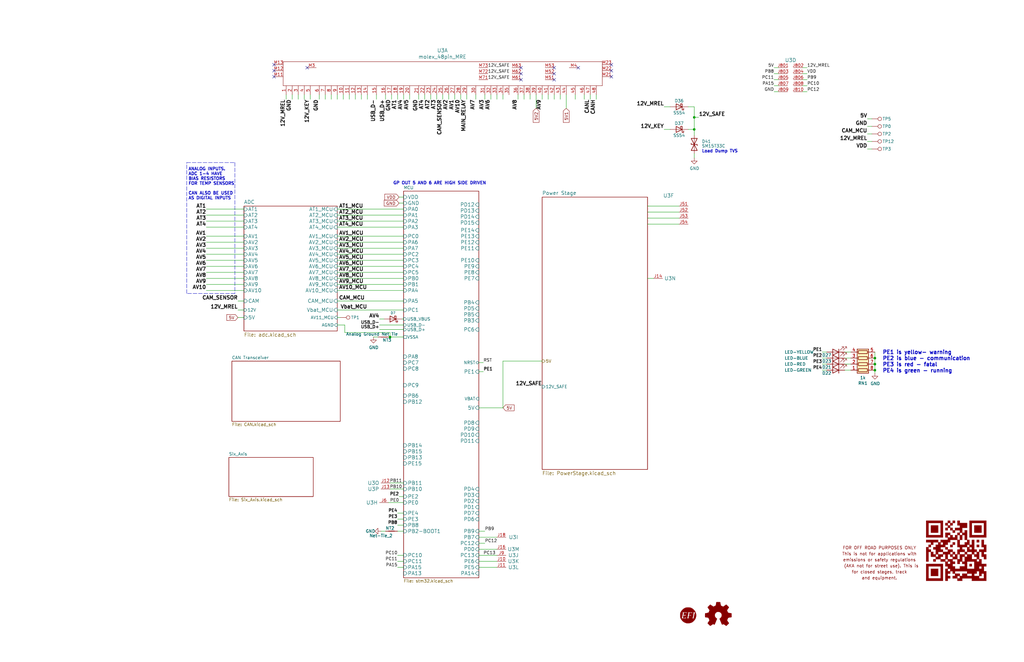
<source format=kicad_sch>
(kicad_sch (version 20211123) (generator eeschema)
  (paper "B")
  (title_block (title "MRE IO Expander") (date "2021-02-") (rev "R0.1") (company "rusEFI.com") (comment 1 "Simon Orchard") (comment 2 "AI6OD"))
  (lib_symbols
    (symbol "Connector:TestPoint" (pin_numbers hide) (pin_names (offset 0.762) hide)
      (property "Reference" "TP" (at 0 6.858 0))
      (property "Value" "Connector_TestPoint" (at 0 5.08 0))
      (symbol "TestPoint_1_1"
        (pin passive line (at 0 0 90) (length 2.54) (name "1") (number "1"))
      )
    )
    (symbol "Device:D_Schottky" (pin_numbers hide) (pin_names (offset 1.016) hide)
      (property "Reference" "D" (at 0 2.54 0))
      (property "Value" "Device_D_Schottky" (at 0 -2.54 0))
      (symbol "D_Schottky_1_1"
        (pin passive line (at -3.81 0 0) (length 2.54) (name "K") (number "1"))
        (pin passive line (at 3.81 0 180) (length 2.54) (name "A") (number "2"))
      )
    )
    (symbol "Device:D_TVS" (pin_numbers hide) (pin_names (offset 1.016) hide)
      (property "Reference" "D" (at 0 2.54 0))
      (property "Value" "Device_D_TVS" (at 0 -2.54 0))
      (symbol "D_TVS_1_1"
        (pin passive line (at -3.81 0 0) (length 2.54) (name "A1") (number "1"))
        (pin passive line (at 3.81 0 180) (length 2.54) (name "A2") (number "2"))
      )
    )
    (symbol "Device:LED" (pin_numbers hide) (pin_names (offset 1.016) hide)
      (property "Reference" "D" (at 0 2.54 0))
      (property "Value" "Device_LED" (at 0 -2.54 0))
      (symbol "LED_1_1"
        (pin passive line (at -3.81 0 0) (length 2.54) (name "K") (number "1"))
        (pin passive line (at 3.81 0 180) (length 2.54) (name "A") (number "2"))
      )
    )
    (symbol "Device:Net-Tie_2" (pin_numbers hide) (pin_names (offset 0) hide)
      (property "Reference" "NT" (at 0 1.27 0))
      (property "Value" "Device_Net-Tie_2" (at 0 -1.27 0))
      (symbol "Net-Tie_2_1_1"
        (pin passive line (at -2.54 0 0) (length 2.54) (name "1") (number "1"))
        (pin passive line (at 2.54 0 180) (length 2.54) (name "2") (number "2"))
      )
    )
    (symbol "Device:R_Pack04" (pin_names (offset 0) hide)
      (property "Reference" "RN" (at -7.62 0 90))
      (property "Value" "Device_R_Pack04" (at 5.08 0 90))
      (symbol "R_Pack04_1_1"
        (pin passive line (at -5.08 -5.08 90) (length 2.54) (name "R1.1") (number "1"))
        (pin passive line (at -2.54 -5.08 90) (length 2.54) (name "R2.1") (number "2"))
        (pin passive line (at 0 -5.08 90) (length 2.54) (name "R3.1") (number "3"))
        (pin passive line (at 2.54 -5.08 90) (length 2.54) (name "R4.1") (number "4"))
        (pin passive line (at 2.54 5.08 270) (length 2.54) (name "R4.2") (number "5"))
        (pin passive line (at 0 5.08 270) (length 2.54) (name "R3.2") (number "6"))
        (pin passive line (at -2.54 5.08 270) (length 2.54) (name "R2.2") (number "7"))
        (pin passive line (at -5.08 5.08 270) (length 2.54) (name "R1.2") (number "8"))
      )
    )
    (symbol "Diode:B340" (pin_numbers hide) (pin_names (offset 1.016) hide)
      (property "Reference" "D" (at 0 2.54 0))
      (property "Value" "Diode_B340" (at 0 -2.54 0))
      (symbol "B340_1_1"
        (pin passive line (at -3.81 0 0) (length 2.54) (name "K") (number "1"))
        (pin passive line (at 3.81 0 180) (length 2.54) (name "A") (number "2"))
      )
    )
    (symbol "Graphic:Logo_Open_Hardware_Small" (pin_names (offset 1.016)))
    (symbol "MRE_QR_code:LOGO" (pin_names (offset 1.016)))
    (symbol "Off_Road_Disclaimer:Disclaimer" (pin_names (offset 1.016))
      (symbol "Disclaimer_0_0"
        (text "(AKA not for street use). This is " (at 1.27 -3.81 0) (effects (font (size 1.27 1.27))))
        (text "and equipment." (at 0 -8.89 0) (effects (font (size 1.27 1.27))))
        (text "emissions or safety regulations" (at 0 -1.27 0) (effects (font (size 1.27 1.27))))
        (text "for closed stages, track" (at 0 -6.35 0) (effects (font (size 1.27 1.27))))
        (text "FOR OFF ROAD PURPOSES ONLY" (at 0 3.81 0) (effects (font (size 1.27 1.27))))
        (text "This is not for applications with" (at 0 1.27 0) (effects (font (size 1.27 1.27))))
      )
    )
    (symbol "power:GND" (power) (pin_names (offset 0))
      (property "Value" "power_GND" (at 0 -3.81 0))
      (symbol "GND_1_1"
        (pin power_in line (at 0 0 270) (length 0) hide (name "GND") (number "1"))
      )
    )
    (symbol "rusefi_Logo:LOGO" (pin_names (offset 1.016)))
    (symbol "rusefi_Molex_MRE_Connector:molex_48pin_MRE" (pin_names (offset 0.2032) hide)
      (property "Reference" "U?" (at 7.62 0 0))
      (symbol "molex_48pin_MRE_1_1"
        (pin passive line (at 13.97 76.2 0) (length 3.81) (name "1") (number "1"))
        (pin passive line (at 13.97 52.07 0) (length 3.81) (name "10") (number "10"))
        (pin passive line (at 13.97 49.53 0) (length 3.81) (name "11") (number "11"))
        (pin passive line (at 13.97 46.99 0) (length 3.81) (name "12") (number "12"))
        (pin passive line (at 13.97 44.45 0) (length 3.81) (name "13") (number "13"))
        (pin passive line (at 13.97 41.91 0) (length 3.81) (name "14") (number "14"))
        (pin passive line (at 13.97 38.1 0) (length 3.81) (name "15") (number "15"))
        (pin passive line (at 13.97 34.29 0) (length 3.81) (name "16") (number "16"))
        (pin passive line (at 13.97 31.75 0) (length 3.81) (name "17") (number "17"))
        (pin passive line (at 13.97 29.21 0) (length 3.81) (name "18") (number "18"))
        (pin passive line (at 13.97 26.67 0) (length 3.81) (name "19") (number "19"))
        (pin passive line (at 13.97 73.66 0) (length 3.81) (name "2") (number "2"))
        (pin passive line (at 13.97 24.13 0) (length 3.81) (name "20") (number "20"))
        (pin passive line (at 13.97 20.32 0) (length 3.81) (name "21") (number "21"))
        (pin passive line (at 13.97 17.78 0) (length 3.81) (name "22") (number "22"))
        (pin passive line (at 13.97 15.24 0) (length 3.81) (name "23") (number "23"))
        (pin passive line (at 13.97 12.7 0) (length 3.81) (name "24") (number "24"))
        (pin passive line (at 13.97 10.16 0) (length 3.81) (name "25") (number "25"))
        (pin passive line (at 13.97 7.62 0) (length 3.81) (name "26") (number "26"))
        (pin passive line (at 13.97 5.08 0) (length 3.81) (name "27") (number "27"))
        (pin passive line (at 13.97 2.54 0) (length 3.81) (name "28") (number "28"))
        (pin passive line (at 13.97 0 0) (length 3.81) (name "29") (number "29"))
        (pin passive line (at 13.97 71.12 0) (length 3.81) (name "3") (number "3"))
        (pin passive line (at 13.97 -3.81 0) (length 3.81) (name "30") (number "30"))
        (pin passive line (at 13.97 -7.62 0) (length 3.81) (name "31") (number "31"))
        (pin passive line (at 13.97 -10.16 0) (length 3.81) (name "32") (number "32"))
        (pin passive line (at 13.97 -12.7 0) (length 3.81) (name "33") (number "33"))
        (pin passive line (at 13.97 -15.24 0) (length 3.81) (name "34") (number "34"))
        (pin passive line (at 13.97 -17.78 0) (length 3.81) (name "35") (number "35"))
        (pin passive line (at 13.97 -21.59 0) (length 3.81) (name "36") (number "36"))
        (pin passive line (at 13.97 -24.13 0) (length 3.81) (name "37") (number "37"))
        (pin passive line (at 13.97 -26.67 0) (length 3.81) (name "38") (number "38"))
        (pin passive line (at 13.97 -29.21 0) (length 3.81) (name "39") (number "39"))
        (pin passive line (at 13.97 68.58 0) (length 3.81) (name "4") (number "4"))
        (pin passive line (at 13.97 -31.75 0) (length 3.81) (name "40") (number "40"))
        (pin passive line (at 13.97 -34.29 0) (length 3.81) (name "41") (number "41"))
        (pin passive line (at 13.97 -36.83 0) (length 3.81) (name "42") (number "42"))
        (pin passive line (at 13.97 -39.37 0) (length 3.81) (name "43") (number "43"))
        (pin passive line (at 13.97 -41.91 0) (length 3.81) (name "44") (number "44"))
        (pin passive line (at 13.97 -45.72 0) (length 3.81) (name "45") (number "45"))
        (pin passive line (at 13.97 -49.53 0) (length 3.81) (name "46") (number "46"))
        (pin passive line (at 13.97 -52.07 0) (length 3.81) (name "47") (number "47"))
        (pin passive line (at 13.97 -54.61 0) (length 3.81) (name "48") (number "48"))
        (pin passive line (at 13.97 66.04 0) (length 3.81) (name "5") (number "5"))
        (pin passive line (at 13.97 62.23 0) (length 3.81) (name "6") (number "6"))
        (pin passive line (at 13.97 59.69 0) (length 3.81) (name "7") (number "7"))
        (pin passive line (at 13.97 57.15 0) (length 3.81) (name "8") (number "8"))
        (pin passive line (at 13.97 54.61 0) (length 3.81) (name "9") (number "9"))
        (pin passive line (at 21.59 81.28 270) (length 3.81) (name "M11") (number "M11"))
        (pin passive line (at 24.13 81.28 270) (length 3.81) (name "M12") (number "M12"))
        (pin passive line (at 26.67 81.28 270) (length 3.81) (name "M13") (number "M13"))
        (pin passive line (at 21.59 -60.96 90) (length 3.81) (name "M21") (number "M21"))
        (pin passive line (at 24.13 -60.96 90) (length 3.81) (name "M22") (number "M22"))
        (pin passive line (at 26.67 -60.96 90) (length 3.81) (name "M23") (number "M23"))
        (pin passive line (at 25.4 67.31 270) (length 3.81) (name "M3") (number "M3"))
        (pin passive line (at 25.4 -46.99 90) (length 3.81) (name "M4") (number "M4"))
        (pin passive line (at 20.32 -36.83 90) (length 3.81) (name "M51") (number "M51"))
        (pin passive line (at 22.86 -36.83 90) (length 3.81) (name "M52") (number "M52"))
        (pin passive line (at 25.4 -36.83 90) (length 3.81) (name "M53") (number "M53"))
        (pin passive line (at 20.32 -22.86 90) (length 3.81) (name "M61") (number "M61"))
        (pin passive line (at 22.86 -22.86 90) (length 3.81) (name "M62") (number "M62"))
        (pin passive line (at 25.4 -22.86 90) (length 3.81) (name "M63") (number "M63"))
        (pin passive line (at 20.32 -8.89 90) (length 3.81) (name "M71") (number "M71"))
        (pin passive line (at 22.86 -8.89 90) (length 3.81) (name "M72") (number "M72"))
        (pin passive line (at 25.4 -8.89 90) (length 3.81) (name "M73") (number "M73"))
      )
      (symbol "molex_48pin_MRE_2_1"
        (pin passive line (at 0 5.08 0) (length 3.81) (name "J61") (number "J61"))
        (pin passive line (at 0 2.54 0) (length 3.81) (name "J62") (number "J62"))
        (pin passive line (at 0 0 0) (length 3.81) (name "J63") (number "J63"))
        (pin passive line (at 0 -2.54 0) (length 3.81) (name "J64") (number "J64"))
        (pin passive line (at 0 -5.08 0) (length 3.81) (name "J65") (number "J65"))
      )
      (symbol "molex_48pin_MRE_3_1"
        (pin passive line (at 0 1.27 0) (length 3.81) (name "J31") (number "J31"))
        (pin passive line (at 0 -1.27 0) (length 3.81) (name "J32") (number "J32"))
      )
      (symbol "molex_48pin_MRE_4_1"
        (pin passive line (at 17.78 5.08 0) (length 3.81) (name "J801") (number "J801"))
        (pin passive line (at 27.94 5.08 180) (length 3.81) (name "J802") (number "J802"))
        (pin passive line (at 17.78 2.54 0) (length 3.81) (name "J803") (number "J803"))
        (pin passive line (at 27.94 2.54 180) (length 3.81) (name "J804") (number "J804"))
        (pin passive line (at 17.78 0 0) (length 3.81) (name "J805") (number "J805"))
        (pin passive line (at 27.94 0 180) (length 3.81) (name "J806") (number "J806"))
        (pin passive line (at 17.78 -2.54 0) (length 3.81) (name "J807") (number "J807"))
        (pin passive line (at 27.94 -2.54 180) (length 3.81) (name "J808") (number "J808"))
        (pin passive line (at 17.78 -5.08 0) (length 3.81) (name "J809") (number "J809"))
        (pin passive line (at 27.94 -5.08 180) (length 3.81) (name "J810") (number "J810"))
      )
      (symbol "molex_48pin_MRE_5_1"
        (pin passive line (at 15.24 0 180) (length 3.81) (name "LIN1") (number "LIN1"))
      )
      (symbol "molex_48pin_MRE_6_1"
        (pin passive line (at 13.97 3.81 0) (length 3.81) (name "J51") (number "J51"))
        (pin passive line (at 13.97 1.27 0) (length 3.81) (name "J52") (number "J52"))
        (pin passive line (at 13.97 -1.27 0) (length 3.81) (name "J53") (number "J53"))
        (pin passive line (at 13.97 -3.81 0) (length 3.81) (name "J54") (number "J54"))
      )
      (symbol "molex_48pin_MRE_7_1"
        (pin passive line (at 17.78 5.08 0) (length 3.81) (name "J201") (number "J201"))
        (pin passive line (at 27.94 5.08 180) (length 3.81) (name "J202") (number "J202"))
        (pin passive line (at 17.78 2.54 0) (length 3.81) (name "J203") (number "J203"))
        (pin passive line (at 27.94 2.54 180) (length 3.81) (name "J204") (number "J204"))
        (pin passive line (at 17.78 0 0) (length 3.81) (name "J205") (number "J205"))
        (pin passive line (at 27.94 0 180) (length 3.81) (name "J206") (number "J206"))
        (pin passive line (at 17.78 -2.54 0) (length 3.81) (name "J207") (number "J207"))
        (pin passive line (at 27.94 -2.54 180) (length 3.81) (name "J208") (number "J208"))
        (pin passive line (at 17.78 -5.08 0) (length 3.81) (name "J209") (number "J209"))
        (pin passive line (at 27.94 -5.08 180) (length 3.81) (name "J210") (number "J210"))
      )
      (symbol "molex_48pin_MRE_8_1"
        (pin passive line (at 13.97 0 0) (length 3.81) (name "J6") (number "J6"))
      )
      (symbol "molex_48pin_MRE_9_1"
        (pin passive line (at 13.97 0 0) (length 3.81) (name "J18") (number "J18"))
      )
      (symbol "molex_48pin_MRE_10_1"
        (pin passive line (at 13.97 0 0) (length 3.81) (name "J9") (number "J9"))
      )
      (symbol "molex_48pin_MRE_11_1"
        (pin passive line (at 13.97 0 0) (length 3.81) (name "J10") (number "J10"))
      )
      (symbol "molex_48pin_MRE_12_1"
        (pin passive line (at 13.97 0 0) (length 3.81) (name "J11") (number "J11"))
      )
      (symbol "molex_48pin_MRE_13_1"
        (pin passive line (at 13.97 0 0) (length 3.81) (name "J16") (number "J16"))
      )
      (symbol "molex_48pin_MRE_14_1"
        (pin passive line (at 13.97 0 0) (length 3.81) (name "J14") (number "J14"))
      )
      (symbol "molex_48pin_MRE_15_1"
        (pin passive line (at 13.97 0 0) (length 3.81) (name "J12") (number "J12"))
      )
      (symbol "molex_48pin_MRE_16_1"
        (pin passive line (at 13.97 0 0) (length 3.81) (name "J13") (number "J13"))
      )
    )
  )
  (junction (at 292.735 54.61))
  (junction (at 368.935 153.67))
  (junction (at 292.735 49.53))
  (junction (at 368.935 156.21))
  (junction (at 368.935 151.13))
  (junction (at 164.465 142.24))
  (no_connect (at 257.81 29.845))
  (no_connect (at 233.68 28.575))
  (no_connect (at 219.71 33.655))
  (no_connect (at 219.71 31.115))
  (no_connect (at 219.71 28.575))
  (no_connect (at 233.68 31.115))
  (no_connect (at 257.81 32.385))
  (no_connect (at 115.57 29.845))
  (no_connect (at 115.57 27.305))
  (no_connect (at 129.54 28.575))
  (no_connect (at 233.68 33.655))
  (no_connect (at 115.57 32.385))
  (no_connect (at 243.84 28.575))
  (no_connect (at 257.81 27.305))
  (wire (pts (xy 167.64 216.535) (xy 170.18 216.535)))
  (wire (pts (xy 220.98 40.005) (xy 220.98 41.91)))
  (wire (pts (xy 273.05 86.995) (xy 286.385 86.995)))
  (wire (pts (xy 170.18 234.315) (xy 167.64 234.315)))
  (wire (pts (xy 212.09 152.4) (xy 212.09 172.085)))
  (wire (pts (xy 338.455 36.195) (xy 340.36 36.195)))
  (wire (pts (xy 142.24 130.81) (xy 170.18 130.81)))
  (wire (pts (xy 170.18 239.395) (xy 167.64 239.395)))
  (wire (pts (xy 100.33 133.985) (xy 102.87 133.985)))
  (wire (pts (xy 236.22 40.005) (xy 236.22 41.91)))
  (wire (pts (xy 326.39 31.115) (xy 328.295 31.115)))
  (wire (pts (xy 326.39 38.735) (xy 328.295 38.735)))
  (wire (pts (xy 86.995 104.775) (xy 102.87 104.775)))
  (wire (pts (xy 338.455 28.575) (xy 340.36 28.575)))
  (wire (pts (xy 168.275 209.55) (xy 170.18 209.55)))
  (wire (pts (xy 154.94 40.005) (xy 154.94 41.91)))
  (wire (pts (xy 204.47 40.005) (xy 204.47 41.91)))
  (wire (pts (xy 273.05 117.475) (xy 275.59 117.475)))
  (wire (pts (xy 246.38 40.005) (xy 246.38 41.91)))
  (wire (pts (xy 167.64 224.155) (xy 170.18 224.155)))
  (wire (pts (xy 223.52 40.005) (xy 223.52 41.91)))
  (wire (pts (xy 356.235 153.67) (xy 358.775 153.67)))
  (wire (pts (xy 201.93 231.775) (xy 209.55 231.775)))
  (wire (pts (xy 176.53 40.005) (xy 176.53 41.91)))
  (wire (pts (xy 292.735 49.53) (xy 292.735 54.61)))
  (wire (pts (xy 290.195 45.085) (xy 292.735 45.085)))
  (wire (pts (xy 201.93 224.155) (xy 204.47 224.155)))
  (wire (pts (xy 326.39 33.655) (xy 328.295 33.655)))
  (wire (pts (xy 86.995 93.345) (xy 102.87 93.345)))
  (wire (pts (xy 172.72 40.005) (xy 172.72 41.91)))
  (wire (pts (xy 226.06 40.005) (xy 226.06 45.72)))
  (wire (pts (xy 338.455 38.735) (xy 340.36 38.735)))
  (wire (pts (xy 130.81 40.005) (xy 130.81 41.91)))
  (wire (pts (xy 152.4 40.005) (xy 152.4 41.91)))
  (wire (pts (xy 86.995 107.315) (xy 102.87 107.315)))
  (wire (pts (xy 86.995 112.395) (xy 102.87 112.395)))
  (wire (pts (xy 100.33 130.81) (xy 102.87 130.81)))
  (wire (pts (xy 164.465 142.24) (xy 170.18 142.24)))
  (wire (pts (xy 86.995 88.265) (xy 102.87 88.265)))
  (wire (pts (xy 160.02 134.62) (xy 161.925 134.62)))
  (wire (pts (xy 158.75 40.005) (xy 158.75 41.91)))
  (wire (pts (xy 137.16 40.005) (xy 137.16 41.91)))
  (wire (pts (xy 201.93 153.035) (xy 203.835 153.035)))
  (wire (pts (xy 365.76 50.165) (xy 367.665 50.165)))
  (wire (pts (xy 189.23 40.005) (xy 189.23 41.91)))
  (wire (pts (xy 233.68 40.005) (xy 233.68 41.91)))
  (wire (pts (xy 167.64 219.075) (xy 170.18 219.075)))
  (wire (pts (xy 280.035 54.61) (xy 282.575 54.61)))
  (wire (pts (xy 167.64 221.615) (xy 170.18 221.615)))
  (wire (pts (xy 228.6 40.005) (xy 228.6 41.91)))
  (wire (pts (xy 201.93 156.845) (xy 203.835 156.845)))
  (wire (pts (xy 365.76 53.34) (xy 367.665 53.34)))
  (wire (pts (xy 238.76 40.005) (xy 238.76 45.72)))
  (wire (pts (xy 201.93 234.315) (xy 209.55 234.315)))
  (wire (pts (xy 147.32 40.005) (xy 147.32 41.91)))
  (wire (pts (xy 365.76 62.865) (xy 367.665 62.865)))
  (wire (pts (xy 292.735 54.61) (xy 292.735 57.15)))
  (wire (pts (xy 365.76 56.515) (xy 367.665 56.515)))
  (wire (pts (xy 181.61 40.005) (xy 181.61 41.91)))
  (wire (pts (xy 142.24 122.555) (xy 170.18 122.555)))
  (wire (pts (xy 170.18 99.695) (xy 142.24 99.695)))
  (wire (pts (xy 346.71 156.21) (xy 348.615 156.21)))
  (wire (pts (xy 186.69 40.005) (xy 186.69 41.91)))
  (wire (pts (xy 145.415 140.335) (xy 145.415 137.16)))
  (wire (pts (xy 86.995 102.235) (xy 102.87 102.235)))
  (wire (pts (xy 248.92 40.005) (xy 248.92 41.91)))
  (wire (pts (xy 169.545 134.62) (xy 170.18 134.62)))
  (wire (pts (xy 292.735 66.675) (xy 292.735 64.77)))
  (wire (pts (xy 160.02 137.16) (xy 170.18 137.16)))
  (wire (pts (xy 356.235 148.59) (xy 358.775 148.59)))
  (wire (pts (xy 194.31 40.005) (xy 194.31 41.91)))
  (wire (pts (xy 201.93 236.855) (xy 209.55 236.855)))
  (wire (pts (xy 207.01 41.91) (xy 207.01 40.005)))
  (wire (pts (xy 292.735 54.61) (xy 290.195 54.61)))
  (wire (pts (xy 142.24 117.475) (xy 170.18 117.475)))
  (wire (pts (xy 196.85 40.005) (xy 196.85 41.91)))
  (wire (pts (xy 251.46 40.005) (xy 251.46 41.91)))
  (wire (pts (xy 142.24 102.235) (xy 170.18 102.235)))
  (wire (pts (xy 157.48 142.24) (xy 159.385 142.24)))
  (wire (pts (xy 165.1 40.005) (xy 165.1 41.91)))
  (wire (pts (xy 368.935 151.13) (xy 368.935 153.67)))
  (wire (pts (xy 170.18 104.775) (xy 142.24 104.775)))
  (wire (pts (xy 86.995 109.855) (xy 102.87 109.855)))
  (wire (pts (xy 280.035 45.085) (xy 282.575 45.085)))
  (wire (pts (xy 170.18 90.805) (xy 142.24 90.805)))
  (wire (pts (xy 142.24 127) (xy 170.18 127)))
  (wire (pts (xy 170.18 109.855) (xy 142.24 109.855)))
  (wire (pts (xy 201.93 172.085) (xy 212.09 172.085)))
  (wire (pts (xy 184.15 40.005) (xy 184.15 41.91)))
  (wire (pts (xy 170.18 107.315) (xy 142.24 107.315)))
  (wire (pts (xy 134.62 40.005) (xy 134.62 41.91)))
  (wire (pts (xy 201.93 239.395) (xy 209.55 239.395)))
  (wire (pts (xy 145.415 137.16) (xy 142.24 137.16)))
  (wire (pts (xy 160.02 139.065) (xy 170.18 139.065)))
  (wire (pts (xy 142.24 120.015) (xy 170.18 120.015)))
  (wire (pts (xy 191.77 40.005) (xy 191.77 41.91)))
  (wire (pts (xy 164.465 140.335) (xy 145.415 140.335)))
  (wire (pts (xy 273.05 94.615) (xy 286.385 94.615)))
  (wire (pts (xy 170.18 212.09) (xy 163.83 212.09)))
  (wire (pts (xy 128.27 40.005) (xy 128.27 41.91)))
  (wire (pts (xy 212.09 40.005) (xy 212.09 41.91)))
  (wire (pts (xy 139.7 40.005) (xy 139.7 41.91)))
  (polyline (pts (xy 78.74 123.825) (xy 78.74 68.58)))
  (wire (pts (xy 200.66 41.91) (xy 200.66 40.005)))
  (wire (pts (xy 228.6 152.4) (xy 212.09 152.4)))
  (wire (pts (xy 346.71 148.59) (xy 348.615 148.59)))
  (wire (pts (xy 273.05 92.075) (xy 286.385 92.075)))
  (wire (pts (xy 368.935 157.48) (xy 368.935 156.21)))
  (wire (pts (xy 346.71 151.13) (xy 348.615 151.13)))
  (wire (pts (xy 170.18 203.835) (xy 164.465 203.835)))
  (wire (pts (xy 86.995 95.885) (xy 102.87 95.885)))
  (wire (pts (xy 167.64 40.005) (xy 167.64 41.91)))
  (wire (pts (xy 179.07 40.005) (xy 179.07 41.91)))
  (wire (pts (xy 338.455 31.115) (xy 340.36 31.115)))
  (wire (pts (xy 201.93 226.695) (xy 209.55 226.695)))
  (wire (pts (xy 368.935 153.67) (xy 368.935 156.21)))
  (polyline (pts (xy 99.06 123.825) (xy 78.74 123.825)))
  (wire (pts (xy 123.19 40.005) (xy 123.19 41.91)))
  (wire (pts (xy 170.18 95.885) (xy 142.24 95.885)))
  (wire (pts (xy 170.18 88.265) (xy 142.24 88.265)))
  (wire (pts (xy 231.14 40.005) (xy 231.14 41.91)))
  (wire (pts (xy 164.465 142.24) (xy 164.465 140.335)))
  (wire (pts (xy 209.55 40.005) (xy 209.55 41.91)))
  (wire (pts (xy 86.995 90.805) (xy 102.87 90.805)))
  (wire (pts (xy 168.275 83.185) (xy 170.18 83.185)))
  (wire (pts (xy 346.71 153.67) (xy 348.615 153.67)))
  (wire (pts (xy 120.65 40.005) (xy 120.65 41.91)))
  (wire (pts (xy 201.93 229.235) (xy 204.47 229.235)))
  (wire (pts (xy 356.235 151.13) (xy 358.775 151.13)))
  (wire (pts (xy 142.24 112.395) (xy 170.18 112.395)))
  (wire (pts (xy 142.24 133.985) (xy 143.51 133.985)))
  (polyline (pts (xy 99.06 68.58) (xy 99.06 123.825)))
  (polyline (pts (xy 78.74 68.58) (xy 99.06 68.58)))
  (wire (pts (xy 218.44 40.005) (xy 218.44 41.91)))
  (wire (pts (xy 170.18 40.005) (xy 170.18 41.91)))
  (wire (pts (xy 338.455 33.655) (xy 340.36 33.655)))
  (wire (pts (xy 149.86 40.005) (xy 149.86 41.91)))
  (wire (pts (xy 86.995 117.475) (xy 102.87 117.475)))
  (wire (pts (xy 100.33 127) (xy 102.87 127)))
  (wire (pts (xy 167.64 236.855) (xy 170.18 236.855)))
  (wire (pts (xy 368.935 148.59) (xy 368.935 151.13)))
  (wire (pts (xy 356.235 156.21) (xy 358.775 156.21)))
  (wire (pts (xy 170.18 206.375) (xy 164.465 206.375)))
  (wire (pts (xy 144.78 40.005) (xy 144.78 41.91)))
  (wire (pts (xy 160.655 224.155) (xy 162.56 224.155)))
  (wire (pts (xy 242.57 40.005) (xy 242.57 41.91)))
  (wire (pts (xy 162.56 40.005) (xy 162.56 41.91)))
  (wire (pts (xy 86.995 99.695) (xy 102.87 99.695)))
  (wire (pts (xy 86.995 122.555) (xy 102.87 122.555)))
  (wire (pts (xy 142.24 40.005) (xy 142.24 41.91)))
  (wire (pts (xy 168.275 85.725) (xy 170.18 85.725)))
  (wire (pts (xy 142.24 114.935) (xy 170.18 114.935)))
  (wire (pts (xy 326.39 28.575) (xy 328.295 28.575)))
  (wire (pts (xy 273.05 89.535) (xy 286.385 89.535)))
  (wire (pts (xy 326.39 36.195) (xy 328.295 36.195)))
  (wire (pts (xy 365.76 59.69) (xy 367.665 59.69)))
  (wire (pts (xy 86.995 114.935) (xy 102.87 114.935)))
  (wire (pts (xy 125.73 40.005) (xy 125.73 41.91)))
  (wire (pts (xy 86.995 120.015) (xy 102.87 120.015)))
  (wire (pts (xy 170.18 93.345) (xy 142.24 93.345)))
  (wire (pts (xy 292.735 45.085) (xy 292.735 49.53)))
  (wire (pts (xy 292.735 49.53) (xy 294.64 49.53)))
  (text "GP OUT 5 AND 6 ARE HIGH SIDE DRIVEN" (at 165.735 78.105 0) (effects (font (size 1.27 1.27) (thickness 0.254) bold) (justify left bottom)))
  (text "PE1 is yellow- warning\nPE2 is blue - communication\nPE3 is red - fatal\nPE4 is green - running" (at 372.11 157.48 0) (effects (font (size 1.6002 1.6002) (thickness 0.32) bold) (justify left bottom)))
  (text "Load Dump TVS\n\n" (at 295.91 66.675 0) (effects (font (size 1.27 1.27) (thickness 0.254) bold) (justify left bottom)))
  (text "ANALOG INPUTS.\nADC 1-4 HAVE \nBIAS RESISTORS \nFOR TEMP SENSORS\n\nCAN ALSO BE USED \nAS DIGITAL INPUTS" (at 79.375 84.455 0) (effects (font (size 1.27 1.27) (thickness 0.254) bold) (justify left bottom)))
  (label "AV4_MCU" (at 142.875 107.315 0) (effects (font (size 1.524 1.524) (thickness 0.3048) bold)))
  (label "AV5" (at 86.995 109.855 180) (effects (font (size 1.524 1.524) (thickness 0.3048) bold)))
  (label "CAM_MCU" (at 142.875 127 0) (effects (font (size 1.524 1.524) (thickness 0.3048) bold)))
  (label "AV10" (at 86.995 122.555 180) (effects (font (size 1.524 1.524) (thickness 0.3048) bold)))
  (label "AV10" (at 194.31 41.91 270) (effects (font (size 1.524 1.524) (thickness 0.3048) bold)))
  (label "AV3" (at 86.995 104.775 180) (effects (font (size 1.524 1.524) (thickness 0.3048) bold)))
  (label "PC11" (at 326.39 33.655 180))
  (label "AV9" (at 228.6 41.91 270) (effects (font (size 1.524 1.524) (thickness 0.3048) bold)))
  (label "PC12" (at 204.47 229.235 0))
  (label "PB8" (at 326.39 31.115 180))
  (label "12V_SAFE" (at 228.6 163.195 180) (effects (font (size 1.524 1.524) (thickness 0.3048) bold)))
  (label "VDD" (at 340.36 31.115 0))
  (label "GND" (at 176.53 41.91 270) (effects (font (size 1.524 1.524) (thickness 0.3048) bold)))
  (label "12V_KEY" (at 280.035 54.61 180) (effects (font (size 1.524 1.524) (thickness 0.3048) bold)))
  (label "AV2_MCU" (at 142.875 102.235 0) (effects (font (size 1.524 1.524) (thickness 0.3048) bold)))
  (label "PA15" (at 326.39 36.195 180))
  (label "GND" (at 123.19 41.91 270) (effects (font (size 1.524 1.524) (thickness 0.3048) bold)))
  (label "PE3" (at 167.64 219.075 180) (effects (font (thickness 0.254) bold)))
  (label "PB9" (at 204.47 224.155 0))
  (label "AT3_MCU" (at 142.875 93.345 0) (effects (font (size 1.524 1.524) (thickness 0.3048) bold)))
  (label "PC11" (at 167.64 236.855 180))
  (label "PE2" (at 346.71 151.13 180) (effects (font (thickness 0.254) bold)))
  (label "PE3" (at 346.71 153.67 180) (effects (font (thickness 0.254) bold)))
  (label "AT3" (at 184.15 41.91 270) (effects (font (size 1.524 1.524) (thickness 0.3048) bold)))
  (label "AV10_MCU" (at 142.875 122.555 0) (effects (font (size 1.524 1.524) (thickness 0.3048) bold)))
  (label "PC10" (at 340.36 36.195 0))
  (label "AT2" (at 181.61 41.91 270) (effects (font (size 1.524 1.524) (thickness 0.3048) bold)))
  (label "RST" (at 203.835 153.035 0))
  (label "PB11" (at 169.545 203.835 180))
  (label "AV7_MCU" (at 142.875 114.935 0) (effects (font (size 1.524 1.524) (thickness 0.3048) bold)))
  (label "AV1" (at 191.77 41.91 270) (effects (font (size 1.524 1.524) (thickness 0.3048) bold)))
  (label "Vbat_MCU" (at 143.51 130.81 0) (effects (font (size 1.524 1.524) (thickness 0.3048) bold)))
  (label "PE2" (at 168.275 209.55 180) (effects (font (thickness 0.254) bold)))
  (label "PC10" (at 167.64 234.315 180))
  (label "AV4" (at 160.02 134.62 180) (effects (font (size 1.524 1.524) (thickness 0.3048) bold)))
  (label "USB_D+" (at 160.02 139.065 180) (effects (font (thickness 0.254) bold)))
  (label "AV6" (at 207.01 41.91 270) (effects (font (size 1.524 1.524) (thickness 0.3048) bold)))
  (label "PB9" (at 340.36 33.655 0))
  (label "12V_SAFE" (at 205.74 33.655 0))
  (label "AT4" (at 179.07 41.91 270) (effects (font (size 1.524 1.524) (thickness 0.3048) bold)))
  (label "AV6" (at 86.995 112.395 180) (effects (font (size 1.524 1.524) (thickness 0.3048) bold)))
  (label "USB_D-" (at 158.75 41.91 270) (effects (font (size 1.524 1.524) (thickness 0.3048) bold)))
  (label "AV5_MCU" (at 142.875 109.855 0) (effects (font (size 1.524 1.524) (thickness 0.3048) bold)))
  (label "AV1" (at 86.995 99.695 180) (effects (font (size 1.524 1.524) (thickness 0.3048) bold)))
  (label "AV5" (at 172.72 41.91 270) (effects (font (size 1.524 1.524) (thickness 0.3048) bold)))
  (label "12V_SAFE" (at 205.74 31.115 0))
  (label "AT1_MCU" (at 142.875 88.265 0) (effects (font (size 1.524 1.524) (thickness 0.3048) bold)))
  (label "AV3" (at 204.47 41.91 270) (effects (font (size 1.524 1.524) (thickness 0.3048) bold)))
  (label "PE1" (at 346.71 148.59 180) (effects (font (thickness 0.254) bold)))
  (label "VDD" (at 365.76 62.865 180) (effects (font (size 1.524 1.524) (thickness 0.3048) bold)))
  (label "AV4" (at 170.18 41.91 270) (effects (font (size 1.524 1.524) (thickness 0.3048) bold)))
  (label "CAM_SENSOR" (at 186.69 41.91 270) (effects (font (size 1.524 1.524) (thickness 0.3048) bold)))
  (label "12V_MREL" (at 280.035 45.085 180) (effects (font (size 1.524 1.524) (thickness 0.3048) bold)))
  (label "USB_D-" (at 160.02 137.16 180) (effects (font (thickness 0.254) bold)))
  (label "AV9" (at 86.995 120.015 180) (effects (font (size 1.524 1.524) (thickness 0.3048) bold)))
  (label "12V_SAFE" (at 294.64 49.53 0) (effects (font (size 1.524 1.524) (thickness 0.3048) bold)))
  (label "PE1" (at 203.835 156.845 0) (effects (font (thickness 0.254) bold)))
  (label "AV3_MCU" (at 142.875 104.775 0) (effects (font (size 1.524 1.524) (thickness 0.3048) bold)))
  (label "PC13" (at 203.835 234.315 0))
  (label "AT1" (at 167.64 41.91 270) (effects (font (size 1.524 1.524) (thickness 0.3048) bold)))
  (label "AV4" (at 86.995 107.315 180) (effects (font (size 1.524 1.524) (thickness 0.3048) bold)))
  (label "GND" (at 165.1 41.91 270) (effects (font (size 1.524 1.524) (thickness 0.3048) bold)))
  (label "AT4_MCU" (at 142.875 95.885 0) (effects (font (size 1.524 1.524) (thickness 0.3048) bold)))
  (label "12V_SAFE" (at 205.74 28.575 0))
  (label "PB8" (at 167.64 221.615 180) (effects (font (thickness 0.254) bold)))
  (label "CAM_MCU" (at 365.76 56.515 180) (effects (font (size 1.524 1.524) (thickness 0.3048) bold)))
  (label "AV8" (at 86.995 117.475 180) (effects (font (size 1.524 1.524) (thickness 0.3048) bold)))
  (label "CAM_SENSOR" (at 100.33 127 180) (effects (font (size 1.524 1.524) (thickness 0.3048) bold)))
  (label "AV7" (at 86.995 114.935 180) (effects (font (size 1.524 1.524) (thickness 0.3048) bold)))
  (label "5V" (at 365.76 50.165 180) (effects (font (size 1.524 1.524) (thickness 0.3048) bold)))
  (label "PA15" (at 167.64 239.395 180))
  (label "AV2" (at 189.23 41.91 270) (effects (font (size 1.524 1.524) (thickness 0.3048) bold)))
  (label "AT3" (at 86.995 93.345 180) (effects (font (size 1.524 1.524) (thickness 0.3048) bold)))
  (label "PE0" (at 168.275 212.09 180))
  (label "12V_MREL" (at 120.65 41.91 270) (effects (font (size 1.524 1.524) (thickness 0.3048) bold)))
  (label "5V" (at 326.39 28.575 180))
  (label "AV8_MCU" (at 142.875 117.475 0) (effects (font (size 1.524 1.524) (thickness 0.3048) bold)))
  (label "AV8" (at 218.44 41.91 270) (effects (font (size 1.524 1.524) (thickness 0.3048) bold)))
  (label "AV6_MCU" (at 142.875 112.395 0) (effects (font (size 1.524 1.524) (thickness 0.3048) bold)))
  (label "PE4" (at 346.71 156.21 180) (effects (font (thickness 0.254) bold)))
  (label "GND" (at 134.62 41.91 270) (effects (font (size 1.524 1.524) (thickness 0.3048) bold)))
  (label "12V_MREL" (at 100.33 130.81 180) (effects (font (size 1.524 1.524) (thickness 0.3048) bold)))
  (label "AT2" (at 86.995 90.805 180) (effects (font (size 1.524 1.524) (thickness 0.3048) bold)))
  (label "AT2_MCU" (at 142.875 90.805 0) (effects (font (size 1.524 1.524) (thickness 0.3048) bold)))
  (label "AT4" (at 86.995 95.885 180) (effects (font (size 1.524 1.524) (thickness 0.3048) bold)))
  (label "CANL" (at 248.92 41.91 270) (effects (font (size 1.524 1.524) (thickness 0.3048) bold)))
  (label "AV7" (at 200.66 41.91 270) (effects (font (size 1.524 1.524) (thickness 0.3048) bold)))
  (label "GND" (at 365.76 53.34 180) (effects (font (size 1.524 1.524) (thickness 0.3048) bold)))
  (label "12V_MREL" (at 340.36 28.575 0))
  (label "MAIN_RELAY" (at 196.85 41.91 270) (effects (font (size 1.524 1.524) (thickness 0.3048) bold)))
  (label "12V_KEY" (at 130.81 41.91 270) (effects (font (size 1.524 1.524) (thickness 0.3048) bold)))
  (label "GND" (at 326.39 38.735 180))
  (label "USB_D+" (at 162.56 41.91 270) (effects (font (size 1.524 1.524) (thickness 0.3048) bold)))
  (label "12V_MREL" (at 365.76 59.69 180) (effects (font (size 1.524 1.524) (thickness 0.3048) bold)))
  (label "AV1_MCU" (at 142.875 99.695 0) (effects (font (size 1.524 1.524) (thickness 0.3048) bold)))
  (label "PE4" (at 167.64 216.535 180) (effects (font (thickness 0.254) bold)))
  (label "AV2" (at 86.995 102.235 180) (effects (font (size 1.524 1.524) (thickness 0.3048) bold)))
  (label "CANH" (at 251.46 41.91 270) (effects (font (size 1.524 1.524) (thickness 0.3048) bold)))
  (label "PC12" (at 340.36 38.735 0))
  (label "PB10" (at 169.545 206.375 180))
  (label "AV9_MCU" (at 142.875 120.015 0) (effects (font (size 1.524 1.524) (thickness 0.3048) bold)))
  (label "AT1" (at 86.995 88.265 180) (effects (font (size 1.524 1.524) (thickness 0.3048) bold)))
  (global_label "5V1" (shape input) (at 238.76 45.72 270) (property "Intersheet References" "${INTERSHEET_REFS}" (effects hide)))
  (global_label "5V" (shape input) (at 212.09 172.085 0) (property "Intersheet References" "${INTERSHEET_REFS}" (effects hide)))
  (global_label "5V" (shape input) (at 100.33 133.985 180) (property "Intersheet References" "${INTERSHEET_REFS}" (effects hide)))
  (global_label "GND" (shape input) (at 168.275 85.725 180) (property "Intersheet References" "${INTERSHEET_REFS}" (effects hide)))
  (global_label "5V2" (shape input) (at 226.06 45.72 270) (property "Intersheet References" "${INTERSHEET_REFS}" (effects hide)))
  (global_label "VDD" (shape input) (at 168.275 83.185 180) (property "Intersheet References" "${INTERSHEET_REFS}" (effects hide)))
  (hierarchical_label "5V" (shape output) (at 228.6 152.4 0))
  (symbol (lib_id "Connector:TestPoint") (at 367.665 50.165 270) (unit 1)
    (property "Reference" "TP5" (at 372.11 50.165 90) (effects (justify left)))
    (property "Value" "5V" (effects hide))
    (property "Footprint" "TestPoint:TestPoint_Pad_D2.0mm" (effects hide))
    (property "Part #" "DNP" (effects hide))
    (property "VEND" "DNP" (effects hide))
    (property "VEND#" "DNP" (effects hide))
    (property "Manufacturer" "DNP" (effects hide))
  )
  (symbol (lib_id "Device:R_Pack04") (at 363.855 151.13 270) (mirror x) (unit 1)
    (property "Reference" "RN1" (at 363.855 161.7218 90))
    (property "Value" "1k" (at 363.855 159.4104 90))
    (property "Footprint" "Resistor_SMD:R_Array_Convex_4x0603" (effects hide))
    (property "Part #" "CAT16-1001F4LF" (effects hide))
    (property "VEND" "DIGI" (effects hide))
    (property "VEND#" "CAT16-1001F4LFCT-ND" (effects hide))
    (property "Manufacturer" "Bourns" (effects hide))
    (property "LCSC" "C20197" (effects hide))
  )
  (symbol (lib_id "power:GND") (at 368.935 157.48 0) (unit 1)
    (property "Reference" "#PWR0214" (effects hide))
    (property "Value" "GND" (at 369.062 161.8742 0))
  )
  (symbol (lib_id "Connector:TestPoint") (at 367.665 56.515 270) (unit 1)
    (property "Reference" "TP2" (at 372.11 56.515 90) (effects (justify left)))
    (property "Value" "TP" (effects hide))
    (property "Footprint" "TestPoint:TestPoint_Pad_D2.0mm" (effects hide))
    (property "Part #" "DNP" (effects hide))
    (property "VEND" "DNP" (effects hide))
    (property "VEND#" "DNP" (effects hide))
    (property "Manufacturer" "DNP" (effects hide))
  )
  (symbol (lib_id "Device:LED") (at 352.425 153.67 180) (unit 1)
    (property "Reference" "D21" (at 348.615 154.94 0))
    (property "Value" "LED-RED" (at 330.835 153.67 0) (effects (justify right)))
    (property "Footprint" "LED_SMD:LED_0805_2012Metric" (effects hide))
    (property "LCSC" "C84256" (effects hide))
  )
  (symbol (lib_id "Device:LED") (at 352.425 151.13 180) (unit 1)
    (property "Reference" "D23" (at 348.615 152.4 0))
    (property "Value" "LED-BLUE" (at 330.835 151.13 0) (effects (justify right)))
    (property "Footprint" "LED_SMD:LED_0805_2012Metric" (effects hide))
    (property "LCSC" "C2293" (effects hide))
  )
  (symbol (lib_id "Device:LED") (at 352.425 148.59 180) (unit 1)
    (property "Reference" "D27" (at 348.615 149.86 0))
    (property "Value" "LED-YELLOW" (at 330.835 148.59 0) (effects (justify right)))
    (property "Footprint" "LED_SMD:LED_0805_2012Metric" (effects hide))
    (property "LCSC" "C2296" (effects hide))
  )
  (symbol (lib_id "Graphic:Logo_Open_Hardware_Small") (at 302.895 259.715 0) (unit 1)
    (property "Reference" "LOGO1" (effects hide))
    (property "Value" "DNP" (effects hide))
    (property "Footprint" "Symbol:OSHW-Logo2_7.3x6mm_SilkScreen" (effects hide))
    (property "Part #" "DNP" (effects hide))
    (property "VEND" "DNP" (effects hide))
    (property "VEND#" "DNP" (effects hide))
    (property "Manufacturer" "DNP" (effects hide))
  )
  (symbol (lib_id "Connector:TestPoint") (at 367.665 53.34 270) (unit 1)
    (property "Reference" "TP0" (at 372.11 53.34 90) (effects (justify left)))
    (property "Value" "GND" (effects hide))
    (property "Footprint" "TestPoint:TestPoint_Pad_D2.0mm" (effects hide))
    (property "Part #" "DNP" (effects hide))
    (property "Manufacturer" "DNP" (effects hide))
    (property "VEND" "DNP" (effects hide))
    (property "VEND#" "DNP" (effects hide))
  )
  (symbol (lib_id "rusefi_Logo:LOGO") (at 290.195 259.715 0) (unit 1)
    (property "Reference" "LOGO2" (effects hide))
    (property "Value" "DNP" (effects hide))
    (property "Footprint" "rusEFI:LOGO" (effects hide))
    (property "Part #" "DNP" (effects hide))
    (property "VEND" "DNP" (effects hide))
    (property "VEND#" "DNP" (effects hide))
    (property "Manufacturer" "DNP" (effects hide))
  )
  (symbol (lib_id "Connector:TestPoint") (at 367.665 59.69 270) (unit 1)
    (property "Reference" "TP12" (at 372.11 59.69 90) (effects (justify left)))
    (property "Value" "5V" (effects hide))
    (property "Footprint" "TestPoint:TestPoint_Pad_D2.0mm" (effects hide))
    (property "Part #" "DNP" (effects hide))
    (property "VEND" "DNP" (effects hide))
    (property "VEND#" "DNP" (effects hide))
    (property "Manufacturer" "DNP" (effects hide))
  )
  (symbol (lib_id "Connector:TestPoint") (at 367.665 62.865 270) (unit 1)
    (property "Reference" "TP3" (at 372.11 62.865 90) (effects (justify left)))
    (property "Value" "GND" (effects hide))
    (property "Footprint" "TestPoint:TestPoint_Pad_D2.0mm" (effects hide))
    (property "Part #" "DNP" (effects hide))
    (property "Manufacturer" "DNP" (effects hide))
    (property "VEND" "DNP" (effects hide))
    (property "VEND#" "DNP" (effects hide))
  )
  (symbol (lib_id "Diode:B340") (at 286.385 45.085 180) (unit 1)
    (property "Reference" "D36" (at 286.385 42.545 0))
    (property "Value" "SS54" (at 286.385 47.625 0))
    (property "Footprint" "Diode_SMD:D_SMA" (effects hide))
    (property "LCSC" "C22452" (effects hide))
  )
  (symbol (lib_id "Diode:B340") (at 286.385 54.61 180) (unit 1)
    (property "Reference" "D37" (at 286.385 52.07 0))
    (property "Value" "SS54" (at 286.385 57.15 0))
    (property "Footprint" "Diode_SMD:D_SMA" (effects hide))
    (property "LCSC" "C22452" (effects hide))
  )
  (symbol (lib_id "power:GND") (at 157.48 142.24 0) (unit 1)
    (property "Reference" "#PWR013" (effects hide))
    (property "Value" "GND" (at 157.607 146.6342 0))
  )
  (symbol (lib_id "Device:Net-Tie_2") (at 161.925 142.24 0) (unit 1)
    (property "Reference" "NT3" (at 163.195 143.51 0))
    (property "Value" "Analog Ground Net Tie" (at 156.845 140.97 0))
    (property "Footprint" "NetTie:NetTie-2_SMD_Pad0.5mm" (effects hide))
  )
  (symbol (lib_id "rusefi_Molex_MRE_Connector:molex_48pin_MRE") (at 196.85 53.975 90) (unit 1)
    (property "Reference" "U3" (at 186.563 21.2852 90) (effects (font (size 1.524 1.524))))
    (property "Value" "molex_48pin_MRE" (at 186.563 23.9776 90) (effects (font (size 1.524 1.524))))
    (property "Footprint" "rusefi_lib:Molex_48_BCM" (effects hide))
    (property "Manufacturer" "MOLEX" (effects hide))
    (property "Part #" "500762-0481" (effects hide))
    (property "VEND" "DIGI" (effects hide))
    (property "VEND#" "WM4430-ND" (effects hide))
  )
  (symbol (lib_id "power:GND") (at 160.655 224.155 270) (unit 1)
    (property "Reference" "#PWR0138" (effects hide))
    (property "Value" "GND" (at 156.21 224.155 90))
  )
  (symbol (lib_id "Device:D_TVS") (at 292.735 60.96 270) (unit 1)
    (property "Reference" "D41" (at 295.91 59.69 90) (effects (justify left)))
    (property "Value" "SM15T33C" (at 295.91 61.595 90) (effects (justify left)))
    (property "Footprint" "Diode_SMD:D_SMC" (effects hide))
    (property "LCSC" "C133707" (effects hide))
  )
  (symbol (lib_id "power:GND") (at 292.735 66.675 0) (unit 1)
    (property "Reference" "#PWR0140" (effects hide))
    (property "Value" "GND" (at 292.862 71.0692 0))
  )
  (symbol (lib_id "Device:Net-Tie_2") (at 165.1 224.155 0) (unit 1)
    (property "Reference" "NT2" (at 164.465 222.885 0))
    (property "Value" "Net-Tie_2" (at 160.655 226.06 0))
    (property "Footprint" "hw_microRusEfi-master:Net-Tie_2_8.5mil" (effects hide))
  )
  (symbol (lib_id "rusefi_Molex_MRE_Connector:molex_48pin_MRE") (at 310.515 33.655 0) (unit 4)
    (property "Reference" "U3" (at 333.375 25.4 0) (effects (font (size 1.524 1.524))))
    (property "Value" "molex_48pin_MRE" (effects hide))
    (property "Footprint" "rusefi_lib:Molex_48_BCM" (effects hide))
    (property "Manufacturer" "MOLEX" (effects hide))
    (property "Part #" "500762-0481" (effects hide))
    (property "VEND" "DIGI" (effects hide))
    (property "VEND#" "WM4430-ND" (effects hide))
  )
  (symbol (lib_id "rusefi_Molex_MRE_Connector:molex_48pin_MRE") (at 272.415 90.805 0) (unit 6)
    (property "Reference" "U3" (at 281.94 82.55 0) (effects (font (size 1.524 1.524))))
    (property "Value" "molex_48pin_MRE" (effects hide))
    (property "Footprint" "rusefi_lib:Molex_48_BCM" (effects hide))
    (property "Manufacturer" "MOLEX" (effects hide))
    (property "Part #" "500762-0481" (effects hide))
    (property "VEND" "DIGI" (effects hide))
    (property "VEND#" "WM4430-ND" (effects hide))
  )
  (symbol (lib_id "Device:LED") (at 352.425 156.21 180) (unit 1)
    (property "Reference" "D22" (at 348.615 157.48 0))
    (property "Value" "LED-GREEN" (at 330.835 156.21 0) (effects (justify right)))
    (property "Footprint" "LED_SMD:LED_0805_2012Metric" (effects hide))
    (property "LCSC" "C2297" (effects hide))
  )
  (symbol (lib_id "Device:D_Schottky") (at 165.735 134.62 180) (unit 1)
    (property "Reference" "D7" (at 165.735 132.08 0) (effects (font (size 1.016 1.016))))
    (property "Value" "B5819W" (effects hide))
    (property "Footprint" "Diode_SMD:D_SOD-123" (effects hide))
    (property "LCSC" "C8598" (effects hide))
  )
  (symbol (lib_id "Connector:TestPoint") (at 143.51 133.985 270) (unit 1)
    (property "Reference" "TP1" (at 147.955 133.985 90) (effects (justify left)))
    (property "Value" "TP" (effects hide))
    (property "Footprint" "TestPoint:TestPoint_Pad_D2.0mm" (effects hide))
    (property "Part #" "DNP" (effects hide))
    (property "VEND" "DNP" (effects hide))
    (property "VEND#" "DNP" (effects hide))
    (property "Manufacturer" "DNP" (effects hide))
  )
  (symbol (lib_id "MRE_QR_code:LOGO") (at 403.225 232.41 0) (unit 1)
    (property "Reference" "LOGO3" (effects hide))
    (property "Value" "LOGO" (effects hide))
    (property "Footprint" "rusefi_lib:MRE_QR_code" (effects hide))
  )
  (symbol (lib_id "Off_Road_Disclaimer:Disclaimer") (at 370.84 234.95 0) (unit 1)
    (property "Reference" "G1" (effects hide))
    (property "Value" "Disclaimer" (effects hide))
    (property "Footprint" "rusefi_lib:Off_Road_Disclaimer" (effects hide))
  )
  (symbol (lib_id "rusefi_Molex_MRE_Connector:molex_48pin_MRE") (at 178.435 206.375 180) (unit 16)
    (property "Reference" "U3" (at 157.48 206.375 0) (effects (font (size 1.524 1.524))))
    (property "Value" "molex_48pin_MRE" (effects hide))
    (property "Footprint" "rusefi_lib:Molex_48_BCM" (effects hide))
  )
  (symbol (lib_id "rusefi_Molex_MRE_Connector:molex_48pin_MRE") (at 178.435 203.835 180) (unit 15)
    (property "Reference" "U3" (at 157.48 203.835 0) (effects (font (size 1.524 1.524))))
    (property "Value" "molex_48pin_MRE" (effects hide))
    (property "Footprint" "rusefi_lib:Molex_48_BCM" (effects hide))
  )
  (symbol (lib_id "rusefi_Molex_MRE_Connector:molex_48pin_MRE") (at 177.8 212.09 180) (unit 8)
    (property "Reference" "U3" (at 156.845 212.09 0) (effects (font (size 1.524 1.524))))
    (property "Value" "molex_48pin_MRE" (effects hide))
    (property "Footprint" "rusefi_lib:Molex_48_BCM" (effects hide))
  )
  (symbol (lib_id "rusefi_Molex_MRE_Connector:molex_48pin_MRE") (at 195.58 226.695 0) (unit 9)
    (property "Reference" "U3" (at 216.535 226.695 0) (effects (font (size 1.524 1.524))))
    (property "Value" "molex_48pin_MRE" (effects hide))
    (property "Footprint" "rusefi_lib:Molex_48_BCM" (effects hide))
  )
  (symbol (lib_id "rusefi_Molex_MRE_Connector:molex_48pin_MRE") (at 195.58 234.315 0) (unit 10)
    (property "Reference" "U3" (at 216.535 234.315 0) (effects (font (size 1.524 1.524))))
    (property "Value" "molex_48pin_MRE" (effects hide))
    (property "Footprint" "rusefi_lib:Molex_48_BCM" (effects hide))
  )
  (symbol (lib_id "rusefi_Molex_MRE_Connector:molex_48pin_MRE") (at 195.58 236.855 0) (unit 11)
    (property "Reference" "U3" (at 216.535 236.855 0) (effects (font (size 1.524 1.524))))
    (property "Value" "molex_48pin_MRE" (effects hide))
    (property "Footprint" "rusefi_lib:Molex_48_BCM" (effects hide))
  )
  (symbol (lib_id "rusefi_Molex_MRE_Connector:molex_48pin_MRE") (at 195.58 239.395 0) (unit 12)
    (property "Reference" "U3" (at 216.535 239.395 0) (effects (font (size 1.524 1.524))))
    (property "Value" "molex_48pin_MRE" (effects hide))
    (property "Footprint" "rusefi_lib:Molex_48_BCM" (effects hide))
  )
  (symbol (lib_id "rusefi_Molex_MRE_Connector:molex_48pin_MRE") (at 195.58 231.775 0) (unit 13)
    (property "Reference" "U3" (at 216.535 231.775 0) (effects (font (size 1.524 1.524))))
    (property "Value" "molex_48pin_MRE" (effects hide))
    (property "Footprint" "rusefi_lib:Molex_48_BCM" (effects hide))
  )
  (symbol (lib_id "rusefi_Molex_MRE_Connector:molex_48pin_MRE") (at 261.62 117.475 0) (unit 14)
    (property "Reference" "U3" (at 282.575 117.475 0) (effects (font (size 1.524 1.524))))
    (property "Value" "molex_48pin_MRE" (effects hide))
    (property "Footprint" "rusefi_lib:Molex_48_BCM" (effects hide))
  )
  (sheet (at 228.6 83.185) (size 44.45 114.935)
    (property "Sheet name" "Power Stage" (at 228.6 82.3464 0) (effects (font (size 1.524 1.524)) (justify left bottom)))
    (property "Sheet file" "PowerStage.kicad_sch" (at 228.6 198.8062 0) (effects (font (size 1.524 1.524)) (justify left top)))
    (pin "12V_SAFE" input (at 228.6 163.195 180))
  )
  (sheet (at 102.87 86.995) (size 39.37 52.705)
    (property "Sheet name" "ADC" (at 102.87 86.1564 0) (effects (font (size 1.524 1.524)) (justify left bottom)))
    (property "Sheet file" "adc.kicad_sch" (at 102.87 140.3862 0) (effects (font (size 1.524 1.524)) (justify left top)))
    (pin "5V" input (at 102.87 133.985 180) (effects (font (size 1.524 1.524))))
    (pin "AT1" input (at 102.87 88.265 180) (effects (font (size 1.524 1.524))))
    (pin "AT2" input (at 102.87 90.805 180) (effects (font (size 1.524 1.524))))
    (pin "AV1" input (at 102.87 99.695 180) (effects (font (size 1.524 1.524))))
    (pin "AV10" input (at 102.87 122.555 180) (effects (font (size 1.524 1.524))))
    (pin "AV5" input (at 102.87 109.855 180) (effects (font (size 1.524 1.524))))
    (pin "AT3" input (at 102.87 93.345 180) (effects (font (size 1.524 1.524))))
    (pin "AT4" input (at 102.87 95.885 180) (effects (font (size 1.524 1.524))))
    (pin "AT1_MCU" input (at 142.24 88.265 0) (effects (font (size 1.524 1.524))))
    (pin "AT2_MCU" input (at 142.24 90.805 0) (effects (font (size 1.524 1.524))))
    (pin "AT3_MCU" input (at 142.24 93.345 0) (effects (font (size 1.524 1.524))))
    (pin "AT4_MCU" input (at 142.24 95.885 0) (effects (font (size 1.524 1.524))))
    (pin "AV2" input (at 102.87 102.235 180) (effects (font (size 1.524 1.524))))
    (pin "AV3" input (at 102.87 104.775 180) (effects (font (size 1.524 1.524))))
    (pin "AV1_MCU" input (at 142.24 99.695 0) (effects (font (size 1.524 1.524))))
    (pin "AV10_MCU" input (at 142.24 122.555 0) (effects (font (size 1.524 1.524))))
    (pin "AV2_MCU" input (at 142.24 102.235 0) (effects (font (size 1.524 1.524))))
    (pin "AV3_MCU" input (at 142.24 104.775 0) (effects (font (size 1.524 1.524))))
    (pin "AV5_MCU" input (at 142.24 109.855 0) (effects (font (size 1.524 1.524))))
    (pin "Vbat_MCU" input (at 142.24 130.81 0) (effects (font (size 1.524 1.524))))
    (pin "AV6" input (at 102.87 112.395 180) (effects (font (size 1.524 1.524))))
    (pin "AV7" input (at 102.87 114.935 180) (effects (font (size 1.524 1.524))))
    (pin "AV8" input (at 102.87 117.475 180) (effects (font (size 1.524 1.524))))
    (pin "AV9" input (at 102.87 120.015 180) (effects (font (size 1.524 1.524))))
    (pin "AV6_MCU" input (at 142.24 112.395 0) (effects (font (size 1.524 1.524))))
    (pin "AV7_MCU" input (at 142.24 114.935 0) (effects (font (size 1.524 1.524))))
    (pin "AV8_MCU" input (at 142.24 117.475 0) (effects (font (size 1.524 1.524))))
    (pin "AV9_MCU" input (at 142.24 120.015 0) (effects (font (size 1.524 1.524))))
    (pin "CAM" input (at 102.87 127 180) (effects (font (size 1.524 1.524))))
    (pin "CAM_MCU" input (at 142.24 127 0) (effects (font (size 1.524 1.524))))
    (pin "AV4" input (at 102.87 107.315 180) (effects (font (size 1.524 1.524))))
    (pin "AV4_MCU" input (at 142.24 107.315 0) (effects (font (size 1.524 1.524))))
    (pin "AGND" input (at 142.24 137.16 0))
    (pin "AV11_MCU" input (at 142.24 133.985 0))
    (pin "12V" input (at 102.87 130.81 180))
  )
  (sheet (at 170.18 80.645) (size 31.75 163.195)
    (property "Sheet name" "MCU" (at 170.18 79.9334 0) (effects (justify left bottom)))
    (property "Sheet file" "stm32.kicad_sch" (at 170.18 244.4246 0) (effects (justify left top)))
    (pin "VDD" input (at 170.18 83.185 180) (effects (font (size 1.524 1.524))))
    (pin "PC1" input (at 170.18 130.81 180) (effects (font (size 1.524 1.524))))
    (pin "PC3" input (at 170.18 109.855 180) (effects (font (size 1.524 1.524))))
    (pin "PA1" input (at 170.18 90.805 180) (effects (font (size 1.524 1.524))))
    (pin "PA3" input (at 170.18 95.885 180) (effects (font (size 1.524 1.524))))
    (pin "PA5" input (at 170.18 127 180) (effects (font (size 1.524 1.524))))
    (pin "PA7" input (at 170.18 104.775 180) (effects (font (size 1.524 1.524))))
    (pin "PC5" input (at 170.18 114.935 180) (effects (font (size 1.524 1.524))))
    (pin "PB1" input (at 170.18 120.015 180) (effects (font (size 1.524 1.524))))
    (pin "PE7" input (at 201.93 117.475 0) (effects (font (size 1.524 1.524))))
    (pin "PE9" input (at 201.93 112.395 0) (effects (font (size 1.524 1.524))))
    (pin "PE11" input (at 201.93 104.775 0) (effects (font (size 1.524 1.524))))
    (pin "PE13" input (at 201.93 99.695 0) (effects (font (size 1.524 1.524))))
    (pin "PE15" input (at 170.18 195.58 180) (effects (font (size 1.524 1.524))))
    (pin "PB11" input (at 170.18 203.835 180) (effects (font (size 1.524 1.524))))
    (pin "PB13" input (at 170.18 193.04 180) (effects (font (size 1.524 1.524))))
    (pin "PB15" input (at 170.18 190.5 180) (effects (font (size 1.524 1.524))))
    (pin "PD9" input (at 201.93 180.975 0) (effects (font (size 1.524 1.524))))
    (pin "PD11" input (at 201.93 186.055 0) (effects (font (size 1.524 1.524))))
    (pin "PD13" input (at 201.93 88.9 0) (effects (font (size 1.524 1.524))))
    (pin "PD15" input (at 201.93 93.98 0) (effects (font (size 1.524 1.524))))
    (pin "PC0" input (at 170.18 99.695 180) (effects (font (size 1.524 1.524))))
    (pin "PC2" input (at 170.18 107.315 180) (effects (font (size 1.524 1.524))))
    (pin "PA0" input (at 170.18 88.265 180) (effects (font (size 1.524 1.524))))
    (pin "PA2" input (at 170.18 93.345 180) (effects (font (size 1.524 1.524))))
    (pin "PA4" input (at 170.18 122.555 180) (effects (font (size 1.524 1.524))))
    (pin "PA6" input (at 170.18 102.235 180) (effects (font (size 1.524 1.524))))
    (pin "PC4" input (at 170.18 112.395 180) (effects (font (size 1.524 1.524))))
    (pin "PB0" input (at 170.18 117.475 180) (effects (font (size 1.524 1.524))))
    (pin "PE8" input (at 201.93 114.935 0) (effects (font (size 1.524 1.524))))
    (pin "PE10" input (at 201.93 109.855 0) (effects (font (size 1.524 1.524))))
    (pin "PE12" input (at 201.93 102.235 0) (effects (font (size 1.524 1.524))))
    (pin "PE14" input (at 201.93 97.155 0) (effects (font (size 1.524 1.524))))
    (pin "PB10" input (at 170.18 206.375 180) (effects (font (size 1.524 1.524))))
    (pin "PB12" input (at 170.18 169.545 180) (effects (font (size 1.524 1.524))))
    (pin "PB14" input (at 170.18 187.96 180) (effects (font (size 1.524 1.524))))
    (pin "PD8" input (at 201.93 178.435 0) (effects (font (size 1.524 1.524))))
    (pin "PD10" input (at 201.93 183.515 0) (effects (font (size 1.524 1.524))))
    (pin "PD12" input (at 201.93 86.36 0) (effects (font (size 1.524 1.524))))
    (pin "PD14" input (at 201.93 91.44 0) (effects (font (size 1.524 1.524))))
    (pin "5V" input (at 201.93 172.085 0) (effects (font (size 1.524 1.524))))
    (pin "PE6" input (at 201.93 236.855 0) (effects (font (size 1.524 1.524))))
    (pin "PE4" input (at 170.18 216.535 180) (effects (font (size 1.524 1.524))))
    (pin "PE2" input (at 170.18 209.55 180) (effects (font (size 1.524 1.524))))
    (pin "PE0" input (at 170.18 212.09 180) (effects (font (size 1.524 1.524))))
    (pin "PB8" input (at 170.18 221.615 180) (effects (font (size 1.524 1.524))))
    (pin "PB6" input (at 170.18 167.005 180) (effects (font (size 1.524 1.524))))
    (pin "PB4" input (at 201.93 127.635 0) (effects (font (size 1.524 1.524))))
    (pin "PD7" input (at 201.93 216.535 0) (effects (font (size 1.524 1.524))))
    (pin "PD5" input (at 201.93 130.175 0) (effects (font (size 1.524 1.524))))
    (pin "PD3" input (at 201.93 208.915 0) (effects (font (size 1.524 1.524))))
    (pin "PD1" input (at 201.93 213.995 0) (effects (font (size 1.524 1.524))))
    (pin "PC12" input (at 201.93 229.235 0) (effects (font (size 1.524 1.524))))
    (pin "PC10" input (at 170.18 234.315 180) (effects (font (size 1.524 1.524))))
    (pin "PA14" input (at 201.93 241.935 0) (effects (font (size 1.524 1.524))))
    (pin "PC8" input (at 170.18 155.575 180) (effects (font (size 1.524 1.524))))
    (pin "PC6" input (at 201.93 139.065 0) (effects (font (size 1.524 1.524))))
    (pin "PC13" input (at 201.93 234.315 0) (effects (font (size 1.524 1.524))))
    (pin "PE5" input (at 201.93 239.395 0) (effects (font (size 1.524 1.524))))
    (pin "PE3" input (at 170.18 219.075 180) (effects (font (size 1.524 1.524))))
    (pin "PE1" input (at 201.93 156.845 0) (effects (font (size 1.524 1.524))))
    (pin "PB9" input (at 201.93 224.155 0) (effects (font (size 1.524 1.524))))
    (pin "PB7" input (at 201.93 226.695 0) (effects (font (size 1.524 1.524))))
    (pin "PB5" input (at 201.93 132.715 0) (effects (font (size 1.524 1.524))))
    (pin "PB3" input (at 201.93 135.255 0) (effects (font (size 1.524 1.524))))
    (pin "PD6" input (at 201.93 219.075 0) (effects (font (size 1.524 1.524))))
    (pin "PD4" input (at 201.93 206.375 0) (effects (font (size 1.524 1.524))))
    (pin "PD2" input (at 201.93 211.455 0) (effects (font (size 1.524 1.524))))
    (pin "PD0" input (at 201.93 231.775 0) (effects (font (size 1.524 1.524))))
    (pin "PC11" input (at 170.18 236.855 180) (effects (font (size 1.524 1.524))))
    (pin "PA15" input (at 170.18 239.395 180) (effects (font (size 1.524 1.524))))
    (pin "PA13" input (at 170.18 241.935 180) (effects (font (size 1.524 1.524))))
    (pin "PC9" input (at 170.18 162.56 180) (effects (font (size 1.524 1.524))))
    (pin "PC7" input (at 170.18 153.035 180) (effects (font (size 1.524 1.524))))
    (pin "GND" input (at 170.18 85.725 180) (effects (font (size 1.524 1.524))))
    (pin "PB2-BOOT1" input (at 170.18 224.155 180) (effects (font (size 1.524 1.524))))
    (pin "PA8" input (at 170.18 150.495 180) (effects (font (size 1.524 1.524))))
    (pin "USB_D+" input (at 170.18 139.065 180))
    (pin "USB_D-" input (at 170.18 137.16 180))
    (pin "VBAT" input (at 201.93 168.275 0))
    (pin "VSSA" passive (at 170.18 142.24 180))
    (pin "USB_VBUS" input (at 170.18 134.62 180))
    (pin "NRST" bidirectional (at 201.93 153.035 0))
  )
  (sheet (at 97.79 152.4) (size 45.72 25.4) (stroke (width 0.1524))
    (property "Sheet name" "CAN Transceiver" (at 97.79 151.6884 0) (effects (justify left bottom)))
    (property "Sheet file" "CAN.kicad_sch" (at 97.79 178.3846 0) (effects (justify left top)))
  )
  (sheet (at 96.52 193.04) (size 35.56 16.51) (stroke (width 0.1524))
    (property "Sheet name" "Six_Axis" (at 96.52 192.3284 0) (effects (justify left bottom)))
    (property "Sheet file" "Six_Axis.kicad_sch" (at 96.52 210.1346 0) (effects (justify left top)))
  )
)
</source>
